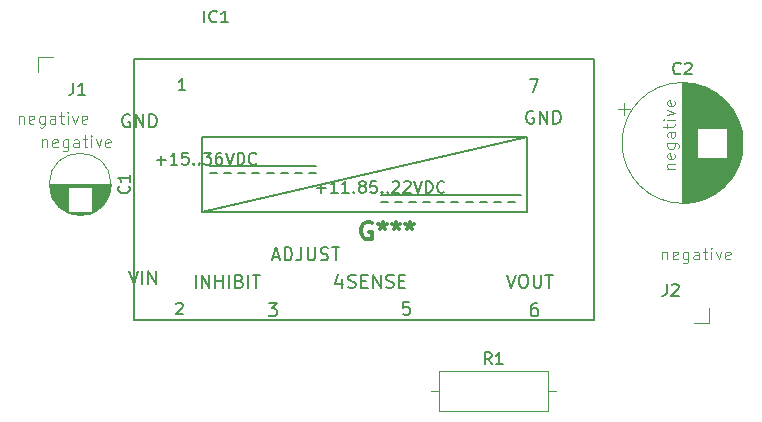
<source format=gbr>
%TF.GenerationSoftware,KiCad,Pcbnew,9.0.0*%
%TF.CreationDate,2025-03-18T18:28:53-04:00*%
%TF.ProjectId,motor power breakout,6d6f746f-7220-4706-9f77-657220627265,rev?*%
%TF.SameCoordinates,Original*%
%TF.FileFunction,Legend,Top*%
%TF.FilePolarity,Positive*%
%FSLAX46Y46*%
G04 Gerber Fmt 4.6, Leading zero omitted, Abs format (unit mm)*
G04 Created by KiCad (PCBNEW 9.0.0) date 2025-03-18 18:28:53*
%MOMM*%
%LPD*%
G01*
G04 APERTURE LIST*
%ADD10C,0.100000*%
%ADD11C,0.300000*%
%ADD12C,0.150000*%
%ADD13C,0.120000*%
%ADD14C,0.127000*%
G04 APERTURE END LIST*
D10*
X169803884Y-109205752D02*
X169803884Y-109872419D01*
X169803884Y-109300990D02*
X169851503Y-109253371D01*
X169851503Y-109253371D02*
X169946741Y-109205752D01*
X169946741Y-109205752D02*
X170089598Y-109205752D01*
X170089598Y-109205752D02*
X170184836Y-109253371D01*
X170184836Y-109253371D02*
X170232455Y-109348609D01*
X170232455Y-109348609D02*
X170232455Y-109872419D01*
X171089598Y-109824800D02*
X170994360Y-109872419D01*
X170994360Y-109872419D02*
X170803884Y-109872419D01*
X170803884Y-109872419D02*
X170708646Y-109824800D01*
X170708646Y-109824800D02*
X170661027Y-109729561D01*
X170661027Y-109729561D02*
X170661027Y-109348609D01*
X170661027Y-109348609D02*
X170708646Y-109253371D01*
X170708646Y-109253371D02*
X170803884Y-109205752D01*
X170803884Y-109205752D02*
X170994360Y-109205752D01*
X170994360Y-109205752D02*
X171089598Y-109253371D01*
X171089598Y-109253371D02*
X171137217Y-109348609D01*
X171137217Y-109348609D02*
X171137217Y-109443847D01*
X171137217Y-109443847D02*
X170661027Y-109539085D01*
X171994360Y-109205752D02*
X171994360Y-110015276D01*
X171994360Y-110015276D02*
X171946741Y-110110514D01*
X171946741Y-110110514D02*
X171899122Y-110158133D01*
X171899122Y-110158133D02*
X171803884Y-110205752D01*
X171803884Y-110205752D02*
X171661027Y-110205752D01*
X171661027Y-110205752D02*
X171565789Y-110158133D01*
X171994360Y-109824800D02*
X171899122Y-109872419D01*
X171899122Y-109872419D02*
X171708646Y-109872419D01*
X171708646Y-109872419D02*
X171613408Y-109824800D01*
X171613408Y-109824800D02*
X171565789Y-109777180D01*
X171565789Y-109777180D02*
X171518170Y-109681942D01*
X171518170Y-109681942D02*
X171518170Y-109396228D01*
X171518170Y-109396228D02*
X171565789Y-109300990D01*
X171565789Y-109300990D02*
X171613408Y-109253371D01*
X171613408Y-109253371D02*
X171708646Y-109205752D01*
X171708646Y-109205752D02*
X171899122Y-109205752D01*
X171899122Y-109205752D02*
X171994360Y-109253371D01*
X172899122Y-109872419D02*
X172899122Y-109348609D01*
X172899122Y-109348609D02*
X172851503Y-109253371D01*
X172851503Y-109253371D02*
X172756265Y-109205752D01*
X172756265Y-109205752D02*
X172565789Y-109205752D01*
X172565789Y-109205752D02*
X172470551Y-109253371D01*
X172899122Y-109824800D02*
X172803884Y-109872419D01*
X172803884Y-109872419D02*
X172565789Y-109872419D01*
X172565789Y-109872419D02*
X172470551Y-109824800D01*
X172470551Y-109824800D02*
X172422932Y-109729561D01*
X172422932Y-109729561D02*
X172422932Y-109634323D01*
X172422932Y-109634323D02*
X172470551Y-109539085D01*
X172470551Y-109539085D02*
X172565789Y-109491466D01*
X172565789Y-109491466D02*
X172803884Y-109491466D01*
X172803884Y-109491466D02*
X172899122Y-109443847D01*
X173232456Y-109205752D02*
X173613408Y-109205752D01*
X173375313Y-108872419D02*
X173375313Y-109729561D01*
X173375313Y-109729561D02*
X173422932Y-109824800D01*
X173422932Y-109824800D02*
X173518170Y-109872419D01*
X173518170Y-109872419D02*
X173613408Y-109872419D01*
X173946742Y-109872419D02*
X173946742Y-109205752D01*
X173946742Y-108872419D02*
X173899123Y-108920038D01*
X173899123Y-108920038D02*
X173946742Y-108967657D01*
X173946742Y-108967657D02*
X173994361Y-108920038D01*
X173994361Y-108920038D02*
X173946742Y-108872419D01*
X173946742Y-108872419D02*
X173946742Y-108967657D01*
X174327694Y-109205752D02*
X174565789Y-109872419D01*
X174565789Y-109872419D02*
X174803884Y-109205752D01*
X175565789Y-109824800D02*
X175470551Y-109872419D01*
X175470551Y-109872419D02*
X175280075Y-109872419D01*
X175280075Y-109872419D02*
X175184837Y-109824800D01*
X175184837Y-109824800D02*
X175137218Y-109729561D01*
X175137218Y-109729561D02*
X175137218Y-109348609D01*
X175137218Y-109348609D02*
X175184837Y-109253371D01*
X175184837Y-109253371D02*
X175280075Y-109205752D01*
X175280075Y-109205752D02*
X175470551Y-109205752D01*
X175470551Y-109205752D02*
X175565789Y-109253371D01*
X175565789Y-109253371D02*
X175613408Y-109348609D01*
X175613408Y-109348609D02*
X175613408Y-109443847D01*
X175613408Y-109443847D02*
X175137218Y-109539085D01*
X115303884Y-97705752D02*
X115303884Y-98372419D01*
X115303884Y-97800990D02*
X115351503Y-97753371D01*
X115351503Y-97753371D02*
X115446741Y-97705752D01*
X115446741Y-97705752D02*
X115589598Y-97705752D01*
X115589598Y-97705752D02*
X115684836Y-97753371D01*
X115684836Y-97753371D02*
X115732455Y-97848609D01*
X115732455Y-97848609D02*
X115732455Y-98372419D01*
X116589598Y-98324800D02*
X116494360Y-98372419D01*
X116494360Y-98372419D02*
X116303884Y-98372419D01*
X116303884Y-98372419D02*
X116208646Y-98324800D01*
X116208646Y-98324800D02*
X116161027Y-98229561D01*
X116161027Y-98229561D02*
X116161027Y-97848609D01*
X116161027Y-97848609D02*
X116208646Y-97753371D01*
X116208646Y-97753371D02*
X116303884Y-97705752D01*
X116303884Y-97705752D02*
X116494360Y-97705752D01*
X116494360Y-97705752D02*
X116589598Y-97753371D01*
X116589598Y-97753371D02*
X116637217Y-97848609D01*
X116637217Y-97848609D02*
X116637217Y-97943847D01*
X116637217Y-97943847D02*
X116161027Y-98039085D01*
X117494360Y-97705752D02*
X117494360Y-98515276D01*
X117494360Y-98515276D02*
X117446741Y-98610514D01*
X117446741Y-98610514D02*
X117399122Y-98658133D01*
X117399122Y-98658133D02*
X117303884Y-98705752D01*
X117303884Y-98705752D02*
X117161027Y-98705752D01*
X117161027Y-98705752D02*
X117065789Y-98658133D01*
X117494360Y-98324800D02*
X117399122Y-98372419D01*
X117399122Y-98372419D02*
X117208646Y-98372419D01*
X117208646Y-98372419D02*
X117113408Y-98324800D01*
X117113408Y-98324800D02*
X117065789Y-98277180D01*
X117065789Y-98277180D02*
X117018170Y-98181942D01*
X117018170Y-98181942D02*
X117018170Y-97896228D01*
X117018170Y-97896228D02*
X117065789Y-97800990D01*
X117065789Y-97800990D02*
X117113408Y-97753371D01*
X117113408Y-97753371D02*
X117208646Y-97705752D01*
X117208646Y-97705752D02*
X117399122Y-97705752D01*
X117399122Y-97705752D02*
X117494360Y-97753371D01*
X118399122Y-98372419D02*
X118399122Y-97848609D01*
X118399122Y-97848609D02*
X118351503Y-97753371D01*
X118351503Y-97753371D02*
X118256265Y-97705752D01*
X118256265Y-97705752D02*
X118065789Y-97705752D01*
X118065789Y-97705752D02*
X117970551Y-97753371D01*
X118399122Y-98324800D02*
X118303884Y-98372419D01*
X118303884Y-98372419D02*
X118065789Y-98372419D01*
X118065789Y-98372419D02*
X117970551Y-98324800D01*
X117970551Y-98324800D02*
X117922932Y-98229561D01*
X117922932Y-98229561D02*
X117922932Y-98134323D01*
X117922932Y-98134323D02*
X117970551Y-98039085D01*
X117970551Y-98039085D02*
X118065789Y-97991466D01*
X118065789Y-97991466D02*
X118303884Y-97991466D01*
X118303884Y-97991466D02*
X118399122Y-97943847D01*
X118732456Y-97705752D02*
X119113408Y-97705752D01*
X118875313Y-97372419D02*
X118875313Y-98229561D01*
X118875313Y-98229561D02*
X118922932Y-98324800D01*
X118922932Y-98324800D02*
X119018170Y-98372419D01*
X119018170Y-98372419D02*
X119113408Y-98372419D01*
X119446742Y-98372419D02*
X119446742Y-97705752D01*
X119446742Y-97372419D02*
X119399123Y-97420038D01*
X119399123Y-97420038D02*
X119446742Y-97467657D01*
X119446742Y-97467657D02*
X119494361Y-97420038D01*
X119494361Y-97420038D02*
X119446742Y-97372419D01*
X119446742Y-97372419D02*
X119446742Y-97467657D01*
X119827694Y-97705752D02*
X120065789Y-98372419D01*
X120065789Y-98372419D02*
X120303884Y-97705752D01*
X121065789Y-98324800D02*
X120970551Y-98372419D01*
X120970551Y-98372419D02*
X120780075Y-98372419D01*
X120780075Y-98372419D02*
X120684837Y-98324800D01*
X120684837Y-98324800D02*
X120637218Y-98229561D01*
X120637218Y-98229561D02*
X120637218Y-97848609D01*
X120637218Y-97848609D02*
X120684837Y-97753371D01*
X120684837Y-97753371D02*
X120780075Y-97705752D01*
X120780075Y-97705752D02*
X120970551Y-97705752D01*
X120970551Y-97705752D02*
X121065789Y-97753371D01*
X121065789Y-97753371D02*
X121113408Y-97848609D01*
X121113408Y-97848609D02*
X121113408Y-97943847D01*
X121113408Y-97943847D02*
X120637218Y-98039085D01*
X117303884Y-99705752D02*
X117303884Y-100372419D01*
X117303884Y-99800990D02*
X117351503Y-99753371D01*
X117351503Y-99753371D02*
X117446741Y-99705752D01*
X117446741Y-99705752D02*
X117589598Y-99705752D01*
X117589598Y-99705752D02*
X117684836Y-99753371D01*
X117684836Y-99753371D02*
X117732455Y-99848609D01*
X117732455Y-99848609D02*
X117732455Y-100372419D01*
X118589598Y-100324800D02*
X118494360Y-100372419D01*
X118494360Y-100372419D02*
X118303884Y-100372419D01*
X118303884Y-100372419D02*
X118208646Y-100324800D01*
X118208646Y-100324800D02*
X118161027Y-100229561D01*
X118161027Y-100229561D02*
X118161027Y-99848609D01*
X118161027Y-99848609D02*
X118208646Y-99753371D01*
X118208646Y-99753371D02*
X118303884Y-99705752D01*
X118303884Y-99705752D02*
X118494360Y-99705752D01*
X118494360Y-99705752D02*
X118589598Y-99753371D01*
X118589598Y-99753371D02*
X118637217Y-99848609D01*
X118637217Y-99848609D02*
X118637217Y-99943847D01*
X118637217Y-99943847D02*
X118161027Y-100039085D01*
X119494360Y-99705752D02*
X119494360Y-100515276D01*
X119494360Y-100515276D02*
X119446741Y-100610514D01*
X119446741Y-100610514D02*
X119399122Y-100658133D01*
X119399122Y-100658133D02*
X119303884Y-100705752D01*
X119303884Y-100705752D02*
X119161027Y-100705752D01*
X119161027Y-100705752D02*
X119065789Y-100658133D01*
X119494360Y-100324800D02*
X119399122Y-100372419D01*
X119399122Y-100372419D02*
X119208646Y-100372419D01*
X119208646Y-100372419D02*
X119113408Y-100324800D01*
X119113408Y-100324800D02*
X119065789Y-100277180D01*
X119065789Y-100277180D02*
X119018170Y-100181942D01*
X119018170Y-100181942D02*
X119018170Y-99896228D01*
X119018170Y-99896228D02*
X119065789Y-99800990D01*
X119065789Y-99800990D02*
X119113408Y-99753371D01*
X119113408Y-99753371D02*
X119208646Y-99705752D01*
X119208646Y-99705752D02*
X119399122Y-99705752D01*
X119399122Y-99705752D02*
X119494360Y-99753371D01*
X120399122Y-100372419D02*
X120399122Y-99848609D01*
X120399122Y-99848609D02*
X120351503Y-99753371D01*
X120351503Y-99753371D02*
X120256265Y-99705752D01*
X120256265Y-99705752D02*
X120065789Y-99705752D01*
X120065789Y-99705752D02*
X119970551Y-99753371D01*
X120399122Y-100324800D02*
X120303884Y-100372419D01*
X120303884Y-100372419D02*
X120065789Y-100372419D01*
X120065789Y-100372419D02*
X119970551Y-100324800D01*
X119970551Y-100324800D02*
X119922932Y-100229561D01*
X119922932Y-100229561D02*
X119922932Y-100134323D01*
X119922932Y-100134323D02*
X119970551Y-100039085D01*
X119970551Y-100039085D02*
X120065789Y-99991466D01*
X120065789Y-99991466D02*
X120303884Y-99991466D01*
X120303884Y-99991466D02*
X120399122Y-99943847D01*
X120732456Y-99705752D02*
X121113408Y-99705752D01*
X120875313Y-99372419D02*
X120875313Y-100229561D01*
X120875313Y-100229561D02*
X120922932Y-100324800D01*
X120922932Y-100324800D02*
X121018170Y-100372419D01*
X121018170Y-100372419D02*
X121113408Y-100372419D01*
X121446742Y-100372419D02*
X121446742Y-99705752D01*
X121446742Y-99372419D02*
X121399123Y-99420038D01*
X121399123Y-99420038D02*
X121446742Y-99467657D01*
X121446742Y-99467657D02*
X121494361Y-99420038D01*
X121494361Y-99420038D02*
X121446742Y-99372419D01*
X121446742Y-99372419D02*
X121446742Y-99467657D01*
X121827694Y-99705752D02*
X122065789Y-100372419D01*
X122065789Y-100372419D02*
X122303884Y-99705752D01*
X123065789Y-100324800D02*
X122970551Y-100372419D01*
X122970551Y-100372419D02*
X122780075Y-100372419D01*
X122780075Y-100372419D02*
X122684837Y-100324800D01*
X122684837Y-100324800D02*
X122637218Y-100229561D01*
X122637218Y-100229561D02*
X122637218Y-99848609D01*
X122637218Y-99848609D02*
X122684837Y-99753371D01*
X122684837Y-99753371D02*
X122780075Y-99705752D01*
X122780075Y-99705752D02*
X122970551Y-99705752D01*
X122970551Y-99705752D02*
X123065789Y-99753371D01*
X123065789Y-99753371D02*
X123113408Y-99848609D01*
X123113408Y-99848609D02*
X123113408Y-99943847D01*
X123113408Y-99943847D02*
X122637218Y-100039085D01*
X170205752Y-102196115D02*
X170872419Y-102196115D01*
X170300990Y-102196115D02*
X170253371Y-102148496D01*
X170253371Y-102148496D02*
X170205752Y-102053258D01*
X170205752Y-102053258D02*
X170205752Y-101910401D01*
X170205752Y-101910401D02*
X170253371Y-101815163D01*
X170253371Y-101815163D02*
X170348609Y-101767544D01*
X170348609Y-101767544D02*
X170872419Y-101767544D01*
X170824800Y-100910401D02*
X170872419Y-101005639D01*
X170872419Y-101005639D02*
X170872419Y-101196115D01*
X170872419Y-101196115D02*
X170824800Y-101291353D01*
X170824800Y-101291353D02*
X170729561Y-101338972D01*
X170729561Y-101338972D02*
X170348609Y-101338972D01*
X170348609Y-101338972D02*
X170253371Y-101291353D01*
X170253371Y-101291353D02*
X170205752Y-101196115D01*
X170205752Y-101196115D02*
X170205752Y-101005639D01*
X170205752Y-101005639D02*
X170253371Y-100910401D01*
X170253371Y-100910401D02*
X170348609Y-100862782D01*
X170348609Y-100862782D02*
X170443847Y-100862782D01*
X170443847Y-100862782D02*
X170539085Y-101338972D01*
X170205752Y-100005639D02*
X171015276Y-100005639D01*
X171015276Y-100005639D02*
X171110514Y-100053258D01*
X171110514Y-100053258D02*
X171158133Y-100100877D01*
X171158133Y-100100877D02*
X171205752Y-100196115D01*
X171205752Y-100196115D02*
X171205752Y-100338972D01*
X171205752Y-100338972D02*
X171158133Y-100434210D01*
X170824800Y-100005639D02*
X170872419Y-100100877D01*
X170872419Y-100100877D02*
X170872419Y-100291353D01*
X170872419Y-100291353D02*
X170824800Y-100386591D01*
X170824800Y-100386591D02*
X170777180Y-100434210D01*
X170777180Y-100434210D02*
X170681942Y-100481829D01*
X170681942Y-100481829D02*
X170396228Y-100481829D01*
X170396228Y-100481829D02*
X170300990Y-100434210D01*
X170300990Y-100434210D02*
X170253371Y-100386591D01*
X170253371Y-100386591D02*
X170205752Y-100291353D01*
X170205752Y-100291353D02*
X170205752Y-100100877D01*
X170205752Y-100100877D02*
X170253371Y-100005639D01*
X170872419Y-99100877D02*
X170348609Y-99100877D01*
X170348609Y-99100877D02*
X170253371Y-99148496D01*
X170253371Y-99148496D02*
X170205752Y-99243734D01*
X170205752Y-99243734D02*
X170205752Y-99434210D01*
X170205752Y-99434210D02*
X170253371Y-99529448D01*
X170824800Y-99100877D02*
X170872419Y-99196115D01*
X170872419Y-99196115D02*
X170872419Y-99434210D01*
X170872419Y-99434210D02*
X170824800Y-99529448D01*
X170824800Y-99529448D02*
X170729561Y-99577067D01*
X170729561Y-99577067D02*
X170634323Y-99577067D01*
X170634323Y-99577067D02*
X170539085Y-99529448D01*
X170539085Y-99529448D02*
X170491466Y-99434210D01*
X170491466Y-99434210D02*
X170491466Y-99196115D01*
X170491466Y-99196115D02*
X170443847Y-99100877D01*
X170205752Y-98767543D02*
X170205752Y-98386591D01*
X169872419Y-98624686D02*
X170729561Y-98624686D01*
X170729561Y-98624686D02*
X170824800Y-98577067D01*
X170824800Y-98577067D02*
X170872419Y-98481829D01*
X170872419Y-98481829D02*
X170872419Y-98386591D01*
X170872419Y-98053257D02*
X170205752Y-98053257D01*
X169872419Y-98053257D02*
X169920038Y-98100876D01*
X169920038Y-98100876D02*
X169967657Y-98053257D01*
X169967657Y-98053257D02*
X169920038Y-98005638D01*
X169920038Y-98005638D02*
X169872419Y-98053257D01*
X169872419Y-98053257D02*
X169967657Y-98053257D01*
X170205752Y-97672305D02*
X170872419Y-97434210D01*
X170872419Y-97434210D02*
X170205752Y-97196115D01*
X170824800Y-96434210D02*
X170872419Y-96529448D01*
X170872419Y-96529448D02*
X170872419Y-96719924D01*
X170872419Y-96719924D02*
X170824800Y-96815162D01*
X170824800Y-96815162D02*
X170729561Y-96862781D01*
X170729561Y-96862781D02*
X170348609Y-96862781D01*
X170348609Y-96862781D02*
X170253371Y-96815162D01*
X170253371Y-96815162D02*
X170205752Y-96719924D01*
X170205752Y-96719924D02*
X170205752Y-96529448D01*
X170205752Y-96529448D02*
X170253371Y-96434210D01*
X170253371Y-96434210D02*
X170348609Y-96386591D01*
X170348609Y-96386591D02*
X170443847Y-96386591D01*
X170443847Y-96386591D02*
X170539085Y-96862781D01*
D11*
X145178572Y-106749757D02*
X145035715Y-106678328D01*
X145035715Y-106678328D02*
X144821429Y-106678328D01*
X144821429Y-106678328D02*
X144607143Y-106749757D01*
X144607143Y-106749757D02*
X144464286Y-106892614D01*
X144464286Y-106892614D02*
X144392857Y-107035471D01*
X144392857Y-107035471D02*
X144321429Y-107321185D01*
X144321429Y-107321185D02*
X144321429Y-107535471D01*
X144321429Y-107535471D02*
X144392857Y-107821185D01*
X144392857Y-107821185D02*
X144464286Y-107964042D01*
X144464286Y-107964042D02*
X144607143Y-108106900D01*
X144607143Y-108106900D02*
X144821429Y-108178328D01*
X144821429Y-108178328D02*
X144964286Y-108178328D01*
X144964286Y-108178328D02*
X145178572Y-108106900D01*
X145178572Y-108106900D02*
X145250000Y-108035471D01*
X145250000Y-108035471D02*
X145250000Y-107535471D01*
X145250000Y-107535471D02*
X144964286Y-107535471D01*
X146107143Y-106678328D02*
X146107143Y-107035471D01*
X145750000Y-106892614D02*
X146107143Y-107035471D01*
X146107143Y-107035471D02*
X146464286Y-106892614D01*
X145892857Y-107321185D02*
X146107143Y-107035471D01*
X146107143Y-107035471D02*
X146321429Y-107321185D01*
X147250000Y-106678328D02*
X147250000Y-107035471D01*
X146892857Y-106892614D02*
X147250000Y-107035471D01*
X147250000Y-107035471D02*
X147607143Y-106892614D01*
X147035714Y-107321185D02*
X147250000Y-107035471D01*
X147250000Y-107035471D02*
X147464286Y-107321185D01*
X148392857Y-106678328D02*
X148392857Y-107035471D01*
X148035714Y-106892614D02*
X148392857Y-107035471D01*
X148392857Y-107035471D02*
X148750000Y-106892614D01*
X148178571Y-107321185D02*
X148392857Y-107035471D01*
X148392857Y-107035471D02*
X148607143Y-107321185D01*
D12*
X124609580Y-103666666D02*
X124657200Y-103714285D01*
X124657200Y-103714285D02*
X124704819Y-103857142D01*
X124704819Y-103857142D02*
X124704819Y-103952380D01*
X124704819Y-103952380D02*
X124657200Y-104095237D01*
X124657200Y-104095237D02*
X124561961Y-104190475D01*
X124561961Y-104190475D02*
X124466723Y-104238094D01*
X124466723Y-104238094D02*
X124276247Y-104285713D01*
X124276247Y-104285713D02*
X124133390Y-104285713D01*
X124133390Y-104285713D02*
X123942914Y-104238094D01*
X123942914Y-104238094D02*
X123847676Y-104190475D01*
X123847676Y-104190475D02*
X123752438Y-104095237D01*
X123752438Y-104095237D02*
X123704819Y-103952380D01*
X123704819Y-103952380D02*
X123704819Y-103857142D01*
X123704819Y-103857142D02*
X123752438Y-103714285D01*
X123752438Y-103714285D02*
X123800057Y-103666666D01*
X124704819Y-102714285D02*
X124704819Y-103285713D01*
X124704819Y-102999999D02*
X123704819Y-102999999D01*
X123704819Y-102999999D02*
X123847676Y-103095237D01*
X123847676Y-103095237D02*
X123942914Y-103190475D01*
X123942914Y-103190475D02*
X123990533Y-103285713D01*
X119906666Y-94924819D02*
X119906666Y-95639104D01*
X119906666Y-95639104D02*
X119859047Y-95781961D01*
X119859047Y-95781961D02*
X119763809Y-95877200D01*
X119763809Y-95877200D02*
X119620952Y-95924819D01*
X119620952Y-95924819D02*
X119525714Y-95924819D01*
X120906666Y-95924819D02*
X120335238Y-95924819D01*
X120620952Y-95924819D02*
X120620952Y-94924819D01*
X120620952Y-94924819D02*
X120525714Y-95067676D01*
X120525714Y-95067676D02*
X120430476Y-95162914D01*
X120430476Y-95162914D02*
X120335238Y-95210533D01*
X170166666Y-111954819D02*
X170166666Y-112669104D01*
X170166666Y-112669104D02*
X170119047Y-112811961D01*
X170119047Y-112811961D02*
X170023809Y-112907200D01*
X170023809Y-112907200D02*
X169880952Y-112954819D01*
X169880952Y-112954819D02*
X169785714Y-112954819D01*
X170595238Y-112050057D02*
X170642857Y-112002438D01*
X170642857Y-112002438D02*
X170738095Y-111954819D01*
X170738095Y-111954819D02*
X170976190Y-111954819D01*
X170976190Y-111954819D02*
X171071428Y-112002438D01*
X171071428Y-112002438D02*
X171119047Y-112050057D01*
X171119047Y-112050057D02*
X171166666Y-112145295D01*
X171166666Y-112145295D02*
X171166666Y-112240533D01*
X171166666Y-112240533D02*
X171119047Y-112383390D01*
X171119047Y-112383390D02*
X170547619Y-112954819D01*
X170547619Y-112954819D02*
X171166666Y-112954819D01*
X131023810Y-89794819D02*
X131023810Y-88794819D01*
X132071428Y-89699580D02*
X132023809Y-89747200D01*
X132023809Y-89747200D02*
X131880952Y-89794819D01*
X131880952Y-89794819D02*
X131785714Y-89794819D01*
X131785714Y-89794819D02*
X131642857Y-89747200D01*
X131642857Y-89747200D02*
X131547619Y-89651961D01*
X131547619Y-89651961D02*
X131500000Y-89556723D01*
X131500000Y-89556723D02*
X131452381Y-89366247D01*
X131452381Y-89366247D02*
X131452381Y-89223390D01*
X131452381Y-89223390D02*
X131500000Y-89032914D01*
X131500000Y-89032914D02*
X131547619Y-88937676D01*
X131547619Y-88937676D02*
X131642857Y-88842438D01*
X131642857Y-88842438D02*
X131785714Y-88794819D01*
X131785714Y-88794819D02*
X131880952Y-88794819D01*
X131880952Y-88794819D02*
X132023809Y-88842438D01*
X132023809Y-88842438D02*
X132071428Y-88890057D01*
X133023809Y-89794819D02*
X132452381Y-89794819D01*
X132738095Y-89794819D02*
X132738095Y-88794819D01*
X132738095Y-88794819D02*
X132642857Y-88937676D01*
X132642857Y-88937676D02*
X132547619Y-89032914D01*
X132547619Y-89032914D02*
X132452381Y-89080533D01*
X128643785Y-113632020D02*
X128690654Y-113585151D01*
X128690654Y-113585151D02*
X128784393Y-113538282D01*
X128784393Y-113538282D02*
X129018738Y-113538282D01*
X129018738Y-113538282D02*
X129112477Y-113585151D01*
X129112477Y-113585151D02*
X129159346Y-113632020D01*
X129159346Y-113632020D02*
X129206215Y-113725758D01*
X129206215Y-113725758D02*
X129206215Y-113819497D01*
X129206215Y-113819497D02*
X129159346Y-113960104D01*
X129159346Y-113960104D02*
X128596916Y-114522534D01*
X128596916Y-114522534D02*
X129206215Y-114522534D01*
X124685105Y-97627305D02*
X124580119Y-97574812D01*
X124580119Y-97574812D02*
X124422638Y-97574812D01*
X124422638Y-97574812D02*
X124265158Y-97627305D01*
X124265158Y-97627305D02*
X124160171Y-97732292D01*
X124160171Y-97732292D02*
X124107678Y-97837279D01*
X124107678Y-97837279D02*
X124055184Y-98047253D01*
X124055184Y-98047253D02*
X124055184Y-98204733D01*
X124055184Y-98204733D02*
X124107678Y-98414707D01*
X124107678Y-98414707D02*
X124160171Y-98519694D01*
X124160171Y-98519694D02*
X124265158Y-98624681D01*
X124265158Y-98624681D02*
X124422638Y-98677174D01*
X124422638Y-98677174D02*
X124527625Y-98677174D01*
X124527625Y-98677174D02*
X124685105Y-98624681D01*
X124685105Y-98624681D02*
X124737599Y-98572187D01*
X124737599Y-98572187D02*
X124737599Y-98204733D01*
X124737599Y-98204733D02*
X124527625Y-98204733D01*
X125210040Y-98677174D02*
X125210040Y-97574812D01*
X125210040Y-97574812D02*
X125839961Y-98677174D01*
X125839961Y-98677174D02*
X125839961Y-97574812D01*
X126364895Y-98677174D02*
X126364895Y-97574812D01*
X126364895Y-97574812D02*
X126627362Y-97574812D01*
X126627362Y-97574812D02*
X126784842Y-97627305D01*
X126784842Y-97627305D02*
X126889829Y-97732292D01*
X126889829Y-97732292D02*
X126942322Y-97837279D01*
X126942322Y-97837279D02*
X126994816Y-98047253D01*
X126994816Y-98047253D02*
X126994816Y-98204733D01*
X126994816Y-98204733D02*
X126942322Y-98414707D01*
X126942322Y-98414707D02*
X126889829Y-98519694D01*
X126889829Y-98519694D02*
X126784842Y-98624681D01*
X126784842Y-98624681D02*
X126627362Y-98677174D01*
X126627362Y-98677174D02*
X126364895Y-98677174D01*
X143210302Y-112224681D02*
X143367783Y-112277174D01*
X143367783Y-112277174D02*
X143630250Y-112277174D01*
X143630250Y-112277174D02*
X143735237Y-112224681D01*
X143735237Y-112224681D02*
X143787730Y-112172187D01*
X143787730Y-112172187D02*
X143840223Y-112067200D01*
X143840223Y-112067200D02*
X143840223Y-111962213D01*
X143840223Y-111962213D02*
X143787730Y-111857227D01*
X143787730Y-111857227D02*
X143735237Y-111804733D01*
X143735237Y-111804733D02*
X143630250Y-111752240D01*
X143630250Y-111752240D02*
X143420276Y-111699746D01*
X143420276Y-111699746D02*
X143315289Y-111647253D01*
X143315289Y-111647253D02*
X143262796Y-111594759D01*
X143262796Y-111594759D02*
X143210302Y-111489773D01*
X143210302Y-111489773D02*
X143210302Y-111384786D01*
X143210302Y-111384786D02*
X143262796Y-111279799D01*
X143262796Y-111279799D02*
X143315289Y-111227305D01*
X143315289Y-111227305D02*
X143420276Y-111174812D01*
X143420276Y-111174812D02*
X143682743Y-111174812D01*
X143682743Y-111174812D02*
X143840223Y-111227305D01*
X144312665Y-111699746D02*
X144680119Y-111699746D01*
X144837599Y-112277174D02*
X144312665Y-112277174D01*
X144312665Y-112277174D02*
X144312665Y-111174812D01*
X144312665Y-111174812D02*
X144837599Y-111174812D01*
X145310040Y-112277174D02*
X145310040Y-111174812D01*
X145310040Y-111174812D02*
X145939961Y-112277174D01*
X145939961Y-112277174D02*
X145939961Y-111174812D01*
X146412401Y-112224681D02*
X146569882Y-112277174D01*
X146569882Y-112277174D02*
X146832349Y-112277174D01*
X146832349Y-112277174D02*
X146937336Y-112224681D01*
X146937336Y-112224681D02*
X146989829Y-112172187D01*
X146989829Y-112172187D02*
X147042322Y-112067200D01*
X147042322Y-112067200D02*
X147042322Y-111962213D01*
X147042322Y-111962213D02*
X146989829Y-111857227D01*
X146989829Y-111857227D02*
X146937336Y-111804733D01*
X146937336Y-111804733D02*
X146832349Y-111752240D01*
X146832349Y-111752240D02*
X146622375Y-111699746D01*
X146622375Y-111699746D02*
X146517388Y-111647253D01*
X146517388Y-111647253D02*
X146464895Y-111594759D01*
X146464895Y-111594759D02*
X146412401Y-111489773D01*
X146412401Y-111489773D02*
X146412401Y-111384786D01*
X146412401Y-111384786D02*
X146464895Y-111279799D01*
X146464895Y-111279799D02*
X146517388Y-111227305D01*
X146517388Y-111227305D02*
X146622375Y-111174812D01*
X146622375Y-111174812D02*
X146884842Y-111174812D01*
X146884842Y-111174812D02*
X147042322Y-111227305D01*
X147514764Y-111699746D02*
X147882218Y-111699746D01*
X148039698Y-112277174D02*
X147514764Y-112277174D01*
X147514764Y-112277174D02*
X147514764Y-111174812D01*
X147514764Y-111174812D02*
X148039698Y-111174812D01*
X148387467Y-113474812D02*
X147862533Y-113474812D01*
X147862533Y-113474812D02*
X147810039Y-113999746D01*
X147810039Y-113999746D02*
X147862533Y-113947253D01*
X147862533Y-113947253D02*
X147967520Y-113894759D01*
X147967520Y-113894759D02*
X148229987Y-113894759D01*
X148229987Y-113894759D02*
X148334974Y-113947253D01*
X148334974Y-113947253D02*
X148387467Y-113999746D01*
X148387467Y-113999746D02*
X148439960Y-114104733D01*
X148439960Y-114104733D02*
X148439960Y-114367200D01*
X148439960Y-114367200D02*
X148387467Y-114472187D01*
X148387467Y-114472187D02*
X148334974Y-114524681D01*
X148334974Y-114524681D02*
X148229987Y-114577174D01*
X148229987Y-114577174D02*
X147967520Y-114577174D01*
X147967520Y-114577174D02*
X147862533Y-114524681D01*
X147862533Y-114524681D02*
X147810039Y-114472187D01*
X158885105Y-97327305D02*
X158780119Y-97274812D01*
X158780119Y-97274812D02*
X158622638Y-97274812D01*
X158622638Y-97274812D02*
X158465158Y-97327305D01*
X158465158Y-97327305D02*
X158360171Y-97432292D01*
X158360171Y-97432292D02*
X158307678Y-97537279D01*
X158307678Y-97537279D02*
X158255184Y-97747253D01*
X158255184Y-97747253D02*
X158255184Y-97904733D01*
X158255184Y-97904733D02*
X158307678Y-98114707D01*
X158307678Y-98114707D02*
X158360171Y-98219694D01*
X158360171Y-98219694D02*
X158465158Y-98324681D01*
X158465158Y-98324681D02*
X158622638Y-98377174D01*
X158622638Y-98377174D02*
X158727625Y-98377174D01*
X158727625Y-98377174D02*
X158885105Y-98324681D01*
X158885105Y-98324681D02*
X158937599Y-98272187D01*
X158937599Y-98272187D02*
X158937599Y-97904733D01*
X158937599Y-97904733D02*
X158727625Y-97904733D01*
X159410040Y-98377174D02*
X159410040Y-97274812D01*
X159410040Y-97274812D02*
X160039961Y-98377174D01*
X160039961Y-98377174D02*
X160039961Y-97274812D01*
X160564895Y-98377174D02*
X160564895Y-97274812D01*
X160564895Y-97274812D02*
X160827362Y-97274812D01*
X160827362Y-97274812D02*
X160984842Y-97327305D01*
X160984842Y-97327305D02*
X161089829Y-97432292D01*
X161089829Y-97432292D02*
X161142322Y-97537279D01*
X161142322Y-97537279D02*
X161194816Y-97747253D01*
X161194816Y-97747253D02*
X161194816Y-97904733D01*
X161194816Y-97904733D02*
X161142322Y-98114707D01*
X161142322Y-98114707D02*
X161089829Y-98219694D01*
X161089829Y-98219694D02*
X160984842Y-98324681D01*
X160984842Y-98324681D02*
X160827362Y-98377174D01*
X160827362Y-98377174D02*
X160564895Y-98377174D01*
X158557546Y-94574812D02*
X159292454Y-94574812D01*
X159292454Y-94574812D02*
X158820013Y-95677174D01*
X156635243Y-111154812D02*
X157002697Y-112257174D01*
X157002697Y-112257174D02*
X157370151Y-111154812D01*
X157947579Y-111154812D02*
X158157553Y-111154812D01*
X158157553Y-111154812D02*
X158262540Y-111207305D01*
X158262540Y-111207305D02*
X158367527Y-111312292D01*
X158367527Y-111312292D02*
X158420020Y-111522266D01*
X158420020Y-111522266D02*
X158420020Y-111889720D01*
X158420020Y-111889720D02*
X158367527Y-112099694D01*
X158367527Y-112099694D02*
X158262540Y-112204681D01*
X158262540Y-112204681D02*
X158157553Y-112257174D01*
X158157553Y-112257174D02*
X157947579Y-112257174D01*
X157947579Y-112257174D02*
X157842593Y-112204681D01*
X157842593Y-112204681D02*
X157737606Y-112099694D01*
X157737606Y-112099694D02*
X157685112Y-111889720D01*
X157685112Y-111889720D02*
X157685112Y-111522266D01*
X157685112Y-111522266D02*
X157737606Y-111312292D01*
X157737606Y-111312292D02*
X157842593Y-111207305D01*
X157842593Y-111207305D02*
X157947579Y-111154812D01*
X158892461Y-111154812D02*
X158892461Y-112047200D01*
X158892461Y-112047200D02*
X158944954Y-112152187D01*
X158944954Y-112152187D02*
X158997448Y-112204681D01*
X158997448Y-112204681D02*
X159102434Y-112257174D01*
X159102434Y-112257174D02*
X159312408Y-112257174D01*
X159312408Y-112257174D02*
X159417395Y-112204681D01*
X159417395Y-112204681D02*
X159469888Y-112152187D01*
X159469888Y-112152187D02*
X159522382Y-112047200D01*
X159522382Y-112047200D02*
X159522382Y-111154812D01*
X159889835Y-111154812D02*
X160519757Y-111154812D01*
X160204796Y-112257174D02*
X160204796Y-111154812D01*
X124660151Y-110859812D02*
X125027605Y-111962174D01*
X125027605Y-111962174D02*
X125395059Y-110859812D01*
X125762514Y-111962174D02*
X125762514Y-110859812D01*
X126287448Y-111962174D02*
X126287448Y-110859812D01*
X126287448Y-110859812D02*
X126917369Y-111962174D01*
X126917369Y-111962174D02*
X126917369Y-110859812D01*
X126977024Y-101453866D02*
X127738929Y-101453866D01*
X127357976Y-101834819D02*
X127357976Y-101072914D01*
X128738928Y-101834819D02*
X128167500Y-101834819D01*
X128453214Y-101834819D02*
X128453214Y-100834819D01*
X128453214Y-100834819D02*
X128357976Y-100977676D01*
X128357976Y-100977676D02*
X128262738Y-101072914D01*
X128262738Y-101072914D02*
X128167500Y-101120533D01*
X129643690Y-100834819D02*
X129167500Y-100834819D01*
X129167500Y-100834819D02*
X129119881Y-101311009D01*
X129119881Y-101311009D02*
X129167500Y-101263390D01*
X129167500Y-101263390D02*
X129262738Y-101215771D01*
X129262738Y-101215771D02*
X129500833Y-101215771D01*
X129500833Y-101215771D02*
X129596071Y-101263390D01*
X129596071Y-101263390D02*
X129643690Y-101311009D01*
X129643690Y-101311009D02*
X129691309Y-101406247D01*
X129691309Y-101406247D02*
X129691309Y-101644342D01*
X129691309Y-101644342D02*
X129643690Y-101739580D01*
X129643690Y-101739580D02*
X129596071Y-101787200D01*
X129596071Y-101787200D02*
X129500833Y-101834819D01*
X129500833Y-101834819D02*
X129262738Y-101834819D01*
X129262738Y-101834819D02*
X129167500Y-101787200D01*
X129167500Y-101787200D02*
X129119881Y-101739580D01*
X130119881Y-101739580D02*
X130167500Y-101787200D01*
X130167500Y-101787200D02*
X130119881Y-101834819D01*
X130119881Y-101834819D02*
X130072262Y-101787200D01*
X130072262Y-101787200D02*
X130119881Y-101739580D01*
X130119881Y-101739580D02*
X130119881Y-101834819D01*
X130596071Y-101739580D02*
X130643690Y-101787200D01*
X130643690Y-101787200D02*
X130596071Y-101834819D01*
X130596071Y-101834819D02*
X130548452Y-101787200D01*
X130548452Y-101787200D02*
X130596071Y-101739580D01*
X130596071Y-101739580D02*
X130596071Y-101834819D01*
X130977023Y-100834819D02*
X131596070Y-100834819D01*
X131596070Y-100834819D02*
X131262737Y-101215771D01*
X131262737Y-101215771D02*
X131405594Y-101215771D01*
X131405594Y-101215771D02*
X131500832Y-101263390D01*
X131500832Y-101263390D02*
X131548451Y-101311009D01*
X131548451Y-101311009D02*
X131596070Y-101406247D01*
X131596070Y-101406247D02*
X131596070Y-101644342D01*
X131596070Y-101644342D02*
X131548451Y-101739580D01*
X131548451Y-101739580D02*
X131500832Y-101787200D01*
X131500832Y-101787200D02*
X131405594Y-101834819D01*
X131405594Y-101834819D02*
X131119880Y-101834819D01*
X131119880Y-101834819D02*
X131024642Y-101787200D01*
X131024642Y-101787200D02*
X130977023Y-101739580D01*
X132453213Y-100834819D02*
X132262737Y-100834819D01*
X132262737Y-100834819D02*
X132167499Y-100882438D01*
X132167499Y-100882438D02*
X132119880Y-100930057D01*
X132119880Y-100930057D02*
X132024642Y-101072914D01*
X132024642Y-101072914D02*
X131977023Y-101263390D01*
X131977023Y-101263390D02*
X131977023Y-101644342D01*
X131977023Y-101644342D02*
X132024642Y-101739580D01*
X132024642Y-101739580D02*
X132072261Y-101787200D01*
X132072261Y-101787200D02*
X132167499Y-101834819D01*
X132167499Y-101834819D02*
X132357975Y-101834819D01*
X132357975Y-101834819D02*
X132453213Y-101787200D01*
X132453213Y-101787200D02*
X132500832Y-101739580D01*
X132500832Y-101739580D02*
X132548451Y-101644342D01*
X132548451Y-101644342D02*
X132548451Y-101406247D01*
X132548451Y-101406247D02*
X132500832Y-101311009D01*
X132500832Y-101311009D02*
X132453213Y-101263390D01*
X132453213Y-101263390D02*
X132357975Y-101215771D01*
X132357975Y-101215771D02*
X132167499Y-101215771D01*
X132167499Y-101215771D02*
X132072261Y-101263390D01*
X132072261Y-101263390D02*
X132024642Y-101311009D01*
X132024642Y-101311009D02*
X131977023Y-101406247D01*
X132834166Y-100834819D02*
X133167499Y-101834819D01*
X133167499Y-101834819D02*
X133500832Y-100834819D01*
X133834166Y-101834819D02*
X133834166Y-100834819D01*
X133834166Y-100834819D02*
X134072261Y-100834819D01*
X134072261Y-100834819D02*
X134215118Y-100882438D01*
X134215118Y-100882438D02*
X134310356Y-100977676D01*
X134310356Y-100977676D02*
X134357975Y-101072914D01*
X134357975Y-101072914D02*
X134405594Y-101263390D01*
X134405594Y-101263390D02*
X134405594Y-101406247D01*
X134405594Y-101406247D02*
X134357975Y-101596723D01*
X134357975Y-101596723D02*
X134310356Y-101691961D01*
X134310356Y-101691961D02*
X134215118Y-101787200D01*
X134215118Y-101787200D02*
X134072261Y-101834819D01*
X134072261Y-101834819D02*
X133834166Y-101834819D01*
X135405594Y-101739580D02*
X135357975Y-101787200D01*
X135357975Y-101787200D02*
X135215118Y-101834819D01*
X135215118Y-101834819D02*
X135119880Y-101834819D01*
X135119880Y-101834819D02*
X134977023Y-101787200D01*
X134977023Y-101787200D02*
X134881785Y-101691961D01*
X134881785Y-101691961D02*
X134834166Y-101596723D01*
X134834166Y-101596723D02*
X134786547Y-101406247D01*
X134786547Y-101406247D02*
X134786547Y-101263390D01*
X134786547Y-101263390D02*
X134834166Y-101072914D01*
X134834166Y-101072914D02*
X134881785Y-100977676D01*
X134881785Y-100977676D02*
X134977023Y-100882438D01*
X134977023Y-100882438D02*
X135119880Y-100834819D01*
X135119880Y-100834819D02*
X135215118Y-100834819D01*
X135215118Y-100834819D02*
X135357975Y-100882438D01*
X135357975Y-100882438D02*
X135405594Y-100930057D01*
X140536548Y-103853866D02*
X141298453Y-103853866D01*
X140917500Y-104234819D02*
X140917500Y-103472914D01*
X142298452Y-104234819D02*
X141727024Y-104234819D01*
X142012738Y-104234819D02*
X142012738Y-103234819D01*
X142012738Y-103234819D02*
X141917500Y-103377676D01*
X141917500Y-103377676D02*
X141822262Y-103472914D01*
X141822262Y-103472914D02*
X141727024Y-103520533D01*
X143250833Y-104234819D02*
X142679405Y-104234819D01*
X142965119Y-104234819D02*
X142965119Y-103234819D01*
X142965119Y-103234819D02*
X142869881Y-103377676D01*
X142869881Y-103377676D02*
X142774643Y-103472914D01*
X142774643Y-103472914D02*
X142679405Y-103520533D01*
X143679405Y-104139580D02*
X143727024Y-104187200D01*
X143727024Y-104187200D02*
X143679405Y-104234819D01*
X143679405Y-104234819D02*
X143631786Y-104187200D01*
X143631786Y-104187200D02*
X143679405Y-104139580D01*
X143679405Y-104139580D02*
X143679405Y-104234819D01*
X144298452Y-103663390D02*
X144203214Y-103615771D01*
X144203214Y-103615771D02*
X144155595Y-103568152D01*
X144155595Y-103568152D02*
X144107976Y-103472914D01*
X144107976Y-103472914D02*
X144107976Y-103425295D01*
X144107976Y-103425295D02*
X144155595Y-103330057D01*
X144155595Y-103330057D02*
X144203214Y-103282438D01*
X144203214Y-103282438D02*
X144298452Y-103234819D01*
X144298452Y-103234819D02*
X144488928Y-103234819D01*
X144488928Y-103234819D02*
X144584166Y-103282438D01*
X144584166Y-103282438D02*
X144631785Y-103330057D01*
X144631785Y-103330057D02*
X144679404Y-103425295D01*
X144679404Y-103425295D02*
X144679404Y-103472914D01*
X144679404Y-103472914D02*
X144631785Y-103568152D01*
X144631785Y-103568152D02*
X144584166Y-103615771D01*
X144584166Y-103615771D02*
X144488928Y-103663390D01*
X144488928Y-103663390D02*
X144298452Y-103663390D01*
X144298452Y-103663390D02*
X144203214Y-103711009D01*
X144203214Y-103711009D02*
X144155595Y-103758628D01*
X144155595Y-103758628D02*
X144107976Y-103853866D01*
X144107976Y-103853866D02*
X144107976Y-104044342D01*
X144107976Y-104044342D02*
X144155595Y-104139580D01*
X144155595Y-104139580D02*
X144203214Y-104187200D01*
X144203214Y-104187200D02*
X144298452Y-104234819D01*
X144298452Y-104234819D02*
X144488928Y-104234819D01*
X144488928Y-104234819D02*
X144584166Y-104187200D01*
X144584166Y-104187200D02*
X144631785Y-104139580D01*
X144631785Y-104139580D02*
X144679404Y-104044342D01*
X144679404Y-104044342D02*
X144679404Y-103853866D01*
X144679404Y-103853866D02*
X144631785Y-103758628D01*
X144631785Y-103758628D02*
X144584166Y-103711009D01*
X144584166Y-103711009D02*
X144488928Y-103663390D01*
X145584166Y-103234819D02*
X145107976Y-103234819D01*
X145107976Y-103234819D02*
X145060357Y-103711009D01*
X145060357Y-103711009D02*
X145107976Y-103663390D01*
X145107976Y-103663390D02*
X145203214Y-103615771D01*
X145203214Y-103615771D02*
X145441309Y-103615771D01*
X145441309Y-103615771D02*
X145536547Y-103663390D01*
X145536547Y-103663390D02*
X145584166Y-103711009D01*
X145584166Y-103711009D02*
X145631785Y-103806247D01*
X145631785Y-103806247D02*
X145631785Y-104044342D01*
X145631785Y-104044342D02*
X145584166Y-104139580D01*
X145584166Y-104139580D02*
X145536547Y-104187200D01*
X145536547Y-104187200D02*
X145441309Y-104234819D01*
X145441309Y-104234819D02*
X145203214Y-104234819D01*
X145203214Y-104234819D02*
X145107976Y-104187200D01*
X145107976Y-104187200D02*
X145060357Y-104139580D01*
X146060357Y-104139580D02*
X146107976Y-104187200D01*
X146107976Y-104187200D02*
X146060357Y-104234819D01*
X146060357Y-104234819D02*
X146012738Y-104187200D01*
X146012738Y-104187200D02*
X146060357Y-104139580D01*
X146060357Y-104139580D02*
X146060357Y-104234819D01*
X146536547Y-104139580D02*
X146584166Y-104187200D01*
X146584166Y-104187200D02*
X146536547Y-104234819D01*
X146536547Y-104234819D02*
X146488928Y-104187200D01*
X146488928Y-104187200D02*
X146536547Y-104139580D01*
X146536547Y-104139580D02*
X146536547Y-104234819D01*
X146965118Y-103330057D02*
X147012737Y-103282438D01*
X147012737Y-103282438D02*
X147107975Y-103234819D01*
X147107975Y-103234819D02*
X147346070Y-103234819D01*
X147346070Y-103234819D02*
X147441308Y-103282438D01*
X147441308Y-103282438D02*
X147488927Y-103330057D01*
X147488927Y-103330057D02*
X147536546Y-103425295D01*
X147536546Y-103425295D02*
X147536546Y-103520533D01*
X147536546Y-103520533D02*
X147488927Y-103663390D01*
X147488927Y-103663390D02*
X146917499Y-104234819D01*
X146917499Y-104234819D02*
X147536546Y-104234819D01*
X147917499Y-103330057D02*
X147965118Y-103282438D01*
X147965118Y-103282438D02*
X148060356Y-103234819D01*
X148060356Y-103234819D02*
X148298451Y-103234819D01*
X148298451Y-103234819D02*
X148393689Y-103282438D01*
X148393689Y-103282438D02*
X148441308Y-103330057D01*
X148441308Y-103330057D02*
X148488927Y-103425295D01*
X148488927Y-103425295D02*
X148488927Y-103520533D01*
X148488927Y-103520533D02*
X148441308Y-103663390D01*
X148441308Y-103663390D02*
X147869880Y-104234819D01*
X147869880Y-104234819D02*
X148488927Y-104234819D01*
X148774642Y-103234819D02*
X149107975Y-104234819D01*
X149107975Y-104234819D02*
X149441308Y-103234819D01*
X149774642Y-104234819D02*
X149774642Y-103234819D01*
X149774642Y-103234819D02*
X150012737Y-103234819D01*
X150012737Y-103234819D02*
X150155594Y-103282438D01*
X150155594Y-103282438D02*
X150250832Y-103377676D01*
X150250832Y-103377676D02*
X150298451Y-103472914D01*
X150298451Y-103472914D02*
X150346070Y-103663390D01*
X150346070Y-103663390D02*
X150346070Y-103806247D01*
X150346070Y-103806247D02*
X150298451Y-103996723D01*
X150298451Y-103996723D02*
X150250832Y-104091961D01*
X150250832Y-104091961D02*
X150155594Y-104187200D01*
X150155594Y-104187200D02*
X150012737Y-104234819D01*
X150012737Y-104234819D02*
X149774642Y-104234819D01*
X151346070Y-104139580D02*
X151298451Y-104187200D01*
X151298451Y-104187200D02*
X151155594Y-104234819D01*
X151155594Y-104234819D02*
X151060356Y-104234819D01*
X151060356Y-104234819D02*
X150917499Y-104187200D01*
X150917499Y-104187200D02*
X150822261Y-104091961D01*
X150822261Y-104091961D02*
X150774642Y-103996723D01*
X150774642Y-103996723D02*
X150727023Y-103806247D01*
X150727023Y-103806247D02*
X150727023Y-103663390D01*
X150727023Y-103663390D02*
X150774642Y-103472914D01*
X150774642Y-103472914D02*
X150822261Y-103377676D01*
X150822261Y-103377676D02*
X150917499Y-103282438D01*
X150917499Y-103282438D02*
X151060356Y-103234819D01*
X151060356Y-103234819D02*
X151155594Y-103234819D01*
X151155594Y-103234819D02*
X151298451Y-103282438D01*
X151298451Y-103282438D02*
X151346070Y-103330057D01*
X159174974Y-113574812D02*
X158965000Y-113574812D01*
X158965000Y-113574812D02*
X158860013Y-113627305D01*
X158860013Y-113627305D02*
X158807520Y-113679799D01*
X158807520Y-113679799D02*
X158702533Y-113837279D01*
X158702533Y-113837279D02*
X158650039Y-114047253D01*
X158650039Y-114047253D02*
X158650039Y-114467200D01*
X158650039Y-114467200D02*
X158702533Y-114572187D01*
X158702533Y-114572187D02*
X158755026Y-114624681D01*
X158755026Y-114624681D02*
X158860013Y-114677174D01*
X158860013Y-114677174D02*
X159069987Y-114677174D01*
X159069987Y-114677174D02*
X159174974Y-114624681D01*
X159174974Y-114624681D02*
X159227467Y-114572187D01*
X159227467Y-114572187D02*
X159279960Y-114467200D01*
X159279960Y-114467200D02*
X159279960Y-114204733D01*
X159279960Y-114204733D02*
X159227467Y-114099746D01*
X159227467Y-114099746D02*
X159174974Y-114047253D01*
X159174974Y-114047253D02*
X159069987Y-113994759D01*
X159069987Y-113994759D02*
X158860013Y-113994759D01*
X158860013Y-113994759D02*
X158755026Y-114047253D01*
X158755026Y-114047253D02*
X158702533Y-114099746D01*
X158702533Y-114099746D02*
X158650039Y-114204733D01*
X129406215Y-95522534D02*
X128843785Y-95522534D01*
X129125000Y-95522534D02*
X129125000Y-94538282D01*
X129125000Y-94538282D02*
X129031262Y-94678889D01*
X129031262Y-94678889D02*
X128937523Y-94772627D01*
X128937523Y-94772627D02*
X128843785Y-94819497D01*
X130274083Y-112277174D02*
X130274083Y-111174812D01*
X130799017Y-112277174D02*
X130799017Y-111174812D01*
X130799017Y-111174812D02*
X131428938Y-112277174D01*
X131428938Y-112277174D02*
X131428938Y-111174812D01*
X131953872Y-112277174D02*
X131953872Y-111174812D01*
X131953872Y-111699746D02*
X132583793Y-111699746D01*
X132583793Y-112277174D02*
X132583793Y-111174812D01*
X133108727Y-112277174D02*
X133108727Y-111174812D01*
X134001115Y-111699746D02*
X134158595Y-111752240D01*
X134158595Y-111752240D02*
X134211088Y-111804733D01*
X134211088Y-111804733D02*
X134263582Y-111909720D01*
X134263582Y-111909720D02*
X134263582Y-112067200D01*
X134263582Y-112067200D02*
X134211088Y-112172187D01*
X134211088Y-112172187D02*
X134158595Y-112224681D01*
X134158595Y-112224681D02*
X134053608Y-112277174D01*
X134053608Y-112277174D02*
X133633661Y-112277174D01*
X133633661Y-112277174D02*
X133633661Y-111174812D01*
X133633661Y-111174812D02*
X134001115Y-111174812D01*
X134001115Y-111174812D02*
X134106102Y-111227305D01*
X134106102Y-111227305D02*
X134158595Y-111279799D01*
X134158595Y-111279799D02*
X134211088Y-111384786D01*
X134211088Y-111384786D02*
X134211088Y-111489773D01*
X134211088Y-111489773D02*
X134158595Y-111594759D01*
X134158595Y-111594759D02*
X134106102Y-111647253D01*
X134106102Y-111647253D02*
X134001115Y-111699746D01*
X134001115Y-111699746D02*
X133633661Y-111699746D01*
X134736023Y-112277174D02*
X134736023Y-111174812D01*
X135103476Y-111174812D02*
X135733398Y-111174812D01*
X135418437Y-112277174D02*
X135418437Y-111174812D01*
X136457546Y-113574812D02*
X137139960Y-113574812D01*
X137139960Y-113574812D02*
X136772506Y-113994759D01*
X136772506Y-113994759D02*
X136929987Y-113994759D01*
X136929987Y-113994759D02*
X137034974Y-114047253D01*
X137034974Y-114047253D02*
X137087467Y-114099746D01*
X137087467Y-114099746D02*
X137139960Y-114204733D01*
X137139960Y-114204733D02*
X137139960Y-114467200D01*
X137139960Y-114467200D02*
X137087467Y-114572187D01*
X137087467Y-114572187D02*
X137034974Y-114624681D01*
X137034974Y-114624681D02*
X136929987Y-114677174D01*
X136929987Y-114677174D02*
X136615026Y-114677174D01*
X136615026Y-114677174D02*
X136510039Y-114624681D01*
X136510039Y-114624681D02*
X136457546Y-114572187D01*
X136821594Y-109642213D02*
X137346529Y-109642213D01*
X136716607Y-109957174D02*
X137084061Y-108854812D01*
X137084061Y-108854812D02*
X137451515Y-109957174D01*
X137818970Y-109957174D02*
X137818970Y-108854812D01*
X137818970Y-108854812D02*
X138081437Y-108854812D01*
X138081437Y-108854812D02*
X138238917Y-108907305D01*
X138238917Y-108907305D02*
X138343904Y-109012292D01*
X138343904Y-109012292D02*
X138396397Y-109117279D01*
X138396397Y-109117279D02*
X138448891Y-109327253D01*
X138448891Y-109327253D02*
X138448891Y-109484733D01*
X138448891Y-109484733D02*
X138396397Y-109694707D01*
X138396397Y-109694707D02*
X138343904Y-109799694D01*
X138343904Y-109799694D02*
X138238917Y-109904681D01*
X138238917Y-109904681D02*
X138081437Y-109957174D01*
X138081437Y-109957174D02*
X137818970Y-109957174D01*
X139236292Y-108854812D02*
X139236292Y-109642213D01*
X139236292Y-109642213D02*
X139183799Y-109799694D01*
X139183799Y-109799694D02*
X139078812Y-109904681D01*
X139078812Y-109904681D02*
X138921332Y-109957174D01*
X138921332Y-109957174D02*
X138816345Y-109957174D01*
X139761227Y-108854812D02*
X139761227Y-109747200D01*
X139761227Y-109747200D02*
X139813720Y-109852187D01*
X139813720Y-109852187D02*
X139866214Y-109904681D01*
X139866214Y-109904681D02*
X139971200Y-109957174D01*
X139971200Y-109957174D02*
X140181174Y-109957174D01*
X140181174Y-109957174D02*
X140286161Y-109904681D01*
X140286161Y-109904681D02*
X140338654Y-109852187D01*
X140338654Y-109852187D02*
X140391148Y-109747200D01*
X140391148Y-109747200D02*
X140391148Y-108854812D01*
X140863588Y-109904681D02*
X141021069Y-109957174D01*
X141021069Y-109957174D02*
X141283536Y-109957174D01*
X141283536Y-109957174D02*
X141388523Y-109904681D01*
X141388523Y-109904681D02*
X141441016Y-109852187D01*
X141441016Y-109852187D02*
X141493509Y-109747200D01*
X141493509Y-109747200D02*
X141493509Y-109642213D01*
X141493509Y-109642213D02*
X141441016Y-109537227D01*
X141441016Y-109537227D02*
X141388523Y-109484733D01*
X141388523Y-109484733D02*
X141283536Y-109432240D01*
X141283536Y-109432240D02*
X141073562Y-109379746D01*
X141073562Y-109379746D02*
X140968575Y-109327253D01*
X140968575Y-109327253D02*
X140916082Y-109274759D01*
X140916082Y-109274759D02*
X140863588Y-109169773D01*
X140863588Y-109169773D02*
X140863588Y-109064786D01*
X140863588Y-109064786D02*
X140916082Y-108959799D01*
X140916082Y-108959799D02*
X140968575Y-108907305D01*
X140968575Y-108907305D02*
X141073562Y-108854812D01*
X141073562Y-108854812D02*
X141336029Y-108854812D01*
X141336029Y-108854812D02*
X141493509Y-108907305D01*
X141808470Y-108854812D02*
X142438392Y-108854812D01*
X142123431Y-109957174D02*
X142123431Y-108854812D01*
X142634974Y-111542266D02*
X142634974Y-112277174D01*
X142372506Y-111122319D02*
X142110039Y-111909720D01*
X142110039Y-111909720D02*
X142792454Y-111909720D01*
X155333333Y-118734819D02*
X155000000Y-118258628D01*
X154761905Y-118734819D02*
X154761905Y-117734819D01*
X154761905Y-117734819D02*
X155142857Y-117734819D01*
X155142857Y-117734819D02*
X155238095Y-117782438D01*
X155238095Y-117782438D02*
X155285714Y-117830057D01*
X155285714Y-117830057D02*
X155333333Y-117925295D01*
X155333333Y-117925295D02*
X155333333Y-118068152D01*
X155333333Y-118068152D02*
X155285714Y-118163390D01*
X155285714Y-118163390D02*
X155238095Y-118211009D01*
X155238095Y-118211009D02*
X155142857Y-118258628D01*
X155142857Y-118258628D02*
X154761905Y-118258628D01*
X156285714Y-118734819D02*
X155714286Y-118734819D01*
X156000000Y-118734819D02*
X156000000Y-117734819D01*
X156000000Y-117734819D02*
X155904762Y-117877676D01*
X155904762Y-117877676D02*
X155809524Y-117972914D01*
X155809524Y-117972914D02*
X155714286Y-118020533D01*
X171333333Y-94109580D02*
X171285714Y-94157200D01*
X171285714Y-94157200D02*
X171142857Y-94204819D01*
X171142857Y-94204819D02*
X171047619Y-94204819D01*
X171047619Y-94204819D02*
X170904762Y-94157200D01*
X170904762Y-94157200D02*
X170809524Y-94061961D01*
X170809524Y-94061961D02*
X170761905Y-93966723D01*
X170761905Y-93966723D02*
X170714286Y-93776247D01*
X170714286Y-93776247D02*
X170714286Y-93633390D01*
X170714286Y-93633390D02*
X170761905Y-93442914D01*
X170761905Y-93442914D02*
X170809524Y-93347676D01*
X170809524Y-93347676D02*
X170904762Y-93252438D01*
X170904762Y-93252438D02*
X171047619Y-93204819D01*
X171047619Y-93204819D02*
X171142857Y-93204819D01*
X171142857Y-93204819D02*
X171285714Y-93252438D01*
X171285714Y-93252438D02*
X171333333Y-93300057D01*
X171714286Y-93300057D02*
X171761905Y-93252438D01*
X171761905Y-93252438D02*
X171857143Y-93204819D01*
X171857143Y-93204819D02*
X172095238Y-93204819D01*
X172095238Y-93204819D02*
X172190476Y-93252438D01*
X172190476Y-93252438D02*
X172238095Y-93300057D01*
X172238095Y-93300057D02*
X172285714Y-93395295D01*
X172285714Y-93395295D02*
X172285714Y-93490533D01*
X172285714Y-93490533D02*
X172238095Y-93633390D01*
X172238095Y-93633390D02*
X171666667Y-94204819D01*
X171666667Y-94204819D02*
X172285714Y-94204819D01*
D13*
%TO.C,C1*%
X123080000Y-103500000D02*
X117920000Y-103500000D01*
X123080000Y-103540000D02*
X117920000Y-103540000D01*
X123079000Y-103580000D02*
X117921000Y-103580000D01*
X123078000Y-103620000D02*
X117922000Y-103620000D01*
X123076000Y-103660000D02*
X117924000Y-103660000D01*
X123073000Y-103700000D02*
X117927000Y-103700000D01*
X123069000Y-103740000D02*
X121540000Y-103740000D01*
X119460000Y-103740000D02*
X117931000Y-103740000D01*
X123065000Y-103780000D02*
X121540000Y-103780000D01*
X119460000Y-103780000D02*
X117935000Y-103780000D01*
X123061000Y-103820000D02*
X121540000Y-103820000D01*
X119460000Y-103820000D02*
X117939000Y-103820000D01*
X123056000Y-103860000D02*
X121540000Y-103860000D01*
X119460000Y-103860000D02*
X117944000Y-103860000D01*
X123050000Y-103900000D02*
X121540000Y-103900000D01*
X119460000Y-103900000D02*
X117950000Y-103900000D01*
X123043000Y-103940000D02*
X121540000Y-103940000D01*
X119460000Y-103940000D02*
X117957000Y-103940000D01*
X123036000Y-103980000D02*
X121540000Y-103980000D01*
X119460000Y-103980000D02*
X117964000Y-103980000D01*
X123028000Y-104020000D02*
X121540000Y-104020000D01*
X119460000Y-104020000D02*
X117972000Y-104020000D01*
X123020000Y-104060000D02*
X121540000Y-104060000D01*
X119460000Y-104060000D02*
X117980000Y-104060000D01*
X123011000Y-104100000D02*
X121540000Y-104100000D01*
X119460000Y-104100000D02*
X117989000Y-104100000D01*
X123001000Y-104140000D02*
X121540000Y-104140000D01*
X119460000Y-104140000D02*
X117999000Y-104140000D01*
X122991000Y-104180000D02*
X121540000Y-104180000D01*
X119460000Y-104180000D02*
X118009000Y-104180000D01*
X122980000Y-104221000D02*
X121540000Y-104221000D01*
X119460000Y-104221000D02*
X118020000Y-104221000D01*
X122968000Y-104261000D02*
X121540000Y-104261000D01*
X119460000Y-104261000D02*
X118032000Y-104261000D01*
X122955000Y-104301000D02*
X121540000Y-104301000D01*
X119460000Y-104301000D02*
X118045000Y-104301000D01*
X122942000Y-104341000D02*
X121540000Y-104341000D01*
X119460000Y-104341000D02*
X118058000Y-104341000D01*
X122928000Y-104381000D02*
X121540000Y-104381000D01*
X119460000Y-104381000D02*
X118072000Y-104381000D01*
X122914000Y-104421000D02*
X121540000Y-104421000D01*
X119460000Y-104421000D02*
X118086000Y-104421000D01*
X122898000Y-104461000D02*
X121540000Y-104461000D01*
X119460000Y-104461000D02*
X118102000Y-104461000D01*
X122882000Y-104501000D02*
X121540000Y-104501000D01*
X119460000Y-104501000D02*
X118118000Y-104501000D01*
X122865000Y-104541000D02*
X121540000Y-104541000D01*
X119460000Y-104541000D02*
X118135000Y-104541000D01*
X122848000Y-104581000D02*
X121540000Y-104581000D01*
X119460000Y-104581000D02*
X118152000Y-104581000D01*
X122829000Y-104621000D02*
X121540000Y-104621000D01*
X119460000Y-104621000D02*
X118171000Y-104621000D01*
X122810000Y-104661000D02*
X121540000Y-104661000D01*
X119460000Y-104661000D02*
X118190000Y-104661000D01*
X122790000Y-104701000D02*
X121540000Y-104701000D01*
X119460000Y-104701000D02*
X118210000Y-104701000D01*
X122768000Y-104741000D02*
X121540000Y-104741000D01*
X119460000Y-104741000D02*
X118232000Y-104741000D01*
X122747000Y-104781000D02*
X121540000Y-104781000D01*
X119460000Y-104781000D02*
X118253000Y-104781000D01*
X122724000Y-104821000D02*
X121540000Y-104821000D01*
X119460000Y-104821000D02*
X118276000Y-104821000D01*
X122700000Y-104861000D02*
X121540000Y-104861000D01*
X119460000Y-104861000D02*
X118300000Y-104861000D01*
X122675000Y-104901000D02*
X121540000Y-104901000D01*
X119460000Y-104901000D02*
X118325000Y-104901000D01*
X122649000Y-104941000D02*
X121540000Y-104941000D01*
X119460000Y-104941000D02*
X118351000Y-104941000D01*
X122622000Y-104981000D02*
X121540000Y-104981000D01*
X119460000Y-104981000D02*
X118378000Y-104981000D01*
X122595000Y-105021000D02*
X121540000Y-105021000D01*
X119460000Y-105021000D02*
X118405000Y-105021000D01*
X122565000Y-105061000D02*
X121540000Y-105061000D01*
X119460000Y-105061000D02*
X118435000Y-105061000D01*
X122535000Y-105101000D02*
X121540000Y-105101000D01*
X119460000Y-105101000D02*
X118465000Y-105101000D01*
X122504000Y-105141000D02*
X121540000Y-105141000D01*
X119460000Y-105141000D02*
X118496000Y-105141000D01*
X122471000Y-105181000D02*
X121540000Y-105181000D01*
X119460000Y-105181000D02*
X118529000Y-105181000D01*
X122437000Y-105221000D02*
X121540000Y-105221000D01*
X119460000Y-105221000D02*
X118563000Y-105221000D01*
X122401000Y-105261000D02*
X121540000Y-105261000D01*
X119460000Y-105261000D02*
X118599000Y-105261000D01*
X122364000Y-105301000D02*
X121540000Y-105301000D01*
X119460000Y-105301000D02*
X118636000Y-105301000D01*
X122326000Y-105341000D02*
X121540000Y-105341000D01*
X119460000Y-105341000D02*
X118674000Y-105341000D01*
X122285000Y-105381000D02*
X121540000Y-105381000D01*
X119460000Y-105381000D02*
X118715000Y-105381000D01*
X122243000Y-105421000D02*
X121540000Y-105421000D01*
X119460000Y-105421000D02*
X118757000Y-105421000D01*
X122199000Y-105461000D02*
X121540000Y-105461000D01*
X119460000Y-105461000D02*
X118801000Y-105461000D01*
X122153000Y-105501000D02*
X121540000Y-105501000D01*
X119460000Y-105501000D02*
X118847000Y-105501000D01*
X122105000Y-105541000D02*
X121540000Y-105541000D01*
X119460000Y-105541000D02*
X118895000Y-105541000D01*
X122054000Y-105581000D02*
X121540000Y-105581000D01*
X119460000Y-105581000D02*
X118946000Y-105581000D01*
X122000000Y-105621000D02*
X121540000Y-105621000D01*
X119460000Y-105621000D02*
X119000000Y-105621000D01*
X121943000Y-105661000D02*
X121540000Y-105661000D01*
X119460000Y-105661000D02*
X119057000Y-105661000D01*
X121883000Y-105701000D02*
X121540000Y-105701000D01*
X119460000Y-105701000D02*
X119117000Y-105701000D01*
X121819000Y-105741000D02*
X121540000Y-105741000D01*
X119460000Y-105741000D02*
X119181000Y-105741000D01*
X121751000Y-105781000D02*
X121540000Y-105781000D01*
X119460000Y-105781000D02*
X119249000Y-105781000D01*
X121678000Y-105821000D02*
X119322000Y-105821000D01*
X121598000Y-105861000D02*
X119402000Y-105861000D01*
X121511000Y-105901000D02*
X119489000Y-105901000D01*
X121415000Y-105941000D02*
X119585000Y-105941000D01*
X121305000Y-105981000D02*
X119695000Y-105981000D01*
X121177000Y-106021000D02*
X119823000Y-106021000D01*
X121018000Y-106061000D02*
X119982000Y-106061000D01*
X120784000Y-106101000D02*
X120216000Y-106101000D01*
X123120000Y-103500000D02*
G75*
G02*
X117880000Y-103500000I-2620000J0D01*
G01*
X117880000Y-103500000D02*
G75*
G02*
X123120000Y-103500000I2620000J0D01*
G01*
%TO.C,J1*%
X116970000Y-93970000D02*
X116970000Y-92700000D01*
X116970000Y-92700000D02*
X118240000Y-92700000D01*
%TO.C,J2*%
X173770000Y-115270000D02*
X172500000Y-115270000D01*
X173770000Y-114000000D02*
X173770000Y-115270000D01*
D14*
%TO.C,IC1*%
X125030000Y-92925000D02*
X164020000Y-92925000D01*
X164020000Y-92925000D02*
X164020000Y-115025000D01*
X164020000Y-115025000D02*
X125030000Y-115025000D01*
X125030000Y-115025000D02*
X125030000Y-92925000D01*
X130785000Y-99475000D02*
X158315000Y-99475000D01*
X158315000Y-99475000D02*
X158315000Y-105875000D01*
X158315000Y-105875000D02*
X130785000Y-105875000D01*
X130785000Y-105875000D02*
X130785000Y-99475000D01*
X130785000Y-105875000D02*
X158315000Y-99475000D01*
X131485000Y-101975000D02*
X140485000Y-101975000D01*
X133885000Y-102575000D02*
X134485000Y-102575000D01*
X135085000Y-102575000D02*
X135685000Y-102575000D01*
X136285000Y-102575000D02*
X136885000Y-102575000D01*
X132685000Y-102575000D02*
X133285000Y-102575000D01*
X131485000Y-102575000D02*
X132085000Y-102575000D01*
X145935000Y-104375000D02*
X157835000Y-104375000D01*
X148335000Y-104975000D02*
X148935000Y-104975000D01*
X149535000Y-104975000D02*
X150135000Y-104975000D01*
X150735000Y-104975000D02*
X151335000Y-104975000D01*
X147135000Y-104975000D02*
X147735000Y-104975000D01*
X145935000Y-104975000D02*
X146535000Y-104975000D01*
X151935000Y-104975000D02*
X152535000Y-104975000D01*
X155535000Y-104975000D02*
X156135000Y-104975000D01*
X156735000Y-104975000D02*
X157335000Y-104975000D01*
X154335000Y-104975000D02*
X154935000Y-104975000D01*
X153135000Y-104975000D02*
X153735000Y-104975000D01*
X137485000Y-102575000D02*
X138085000Y-102575000D01*
X138685000Y-102575000D02*
X139285000Y-102575000D01*
X139885000Y-102575000D02*
X140485000Y-102575000D01*
D13*
%TO.C,R1*%
X150190000Y-121000000D02*
X150880000Y-121000000D01*
X150880000Y-119280000D02*
X150880000Y-122720000D01*
X150880000Y-122720000D02*
X160120000Y-122720000D01*
X160120000Y-119280000D02*
X150880000Y-119280000D01*
X160120000Y-122720000D02*
X160120000Y-119280000D01*
X160810000Y-121000000D02*
X160120000Y-121000000D01*
%TO.C,C2*%
X166020354Y-97125000D02*
X167020354Y-97125000D01*
X166520354Y-96625000D02*
X166520354Y-97625000D01*
X171500000Y-94920000D02*
X171500000Y-105080000D01*
X171540000Y-94920000D02*
X171540000Y-105080000D01*
X171580000Y-94920000D02*
X171580000Y-105080000D01*
X171620000Y-94921000D02*
X171620000Y-105079000D01*
X171660000Y-94922000D02*
X171660000Y-105078000D01*
X171700000Y-94923000D02*
X171700000Y-105077000D01*
X171740000Y-94925000D02*
X171740000Y-105075000D01*
X171780000Y-94927000D02*
X171780000Y-105073000D01*
X171820000Y-94930000D02*
X171820000Y-105070000D01*
X171860000Y-94932000D02*
X171860000Y-105068000D01*
X171900000Y-94935000D02*
X171900000Y-105065000D01*
X171940000Y-94938000D02*
X171940000Y-105062000D01*
X171980000Y-94942000D02*
X171980000Y-105058000D01*
X172020000Y-94946000D02*
X172020000Y-105054000D01*
X172060000Y-94950000D02*
X172060000Y-105050000D01*
X172100000Y-94955000D02*
X172100000Y-105045000D01*
X172140000Y-94960000D02*
X172140000Y-105040000D01*
X172180000Y-94965000D02*
X172180000Y-105035000D01*
X172221000Y-94970000D02*
X172221000Y-105030000D01*
X172261000Y-94976000D02*
X172261000Y-105024000D01*
X172301000Y-94982000D02*
X172301000Y-105018000D01*
X172341000Y-94989000D02*
X172341000Y-105011000D01*
X172381000Y-94996000D02*
X172381000Y-105004000D01*
X172421000Y-95003000D02*
X172421000Y-104997000D01*
X172461000Y-95010000D02*
X172461000Y-104990000D01*
X172501000Y-95018000D02*
X172501000Y-104982000D01*
X172541000Y-95026000D02*
X172541000Y-104974000D01*
X172581000Y-95035000D02*
X172581000Y-104965000D01*
X172621000Y-95044000D02*
X172621000Y-104956000D01*
X172661000Y-95053000D02*
X172661000Y-104947000D01*
X172701000Y-95062000D02*
X172701000Y-104938000D01*
X172741000Y-95072000D02*
X172741000Y-104928000D01*
X172781000Y-95082000D02*
X172781000Y-98759000D01*
X172781000Y-101241000D02*
X172781000Y-104918000D01*
X172821000Y-95093000D02*
X172821000Y-98759000D01*
X172821000Y-101241000D02*
X172821000Y-104907000D01*
X172861000Y-95103000D02*
X172861000Y-98759000D01*
X172861000Y-101241000D02*
X172861000Y-104897000D01*
X172901000Y-95115000D02*
X172901000Y-98759000D01*
X172901000Y-101241000D02*
X172901000Y-104885000D01*
X172941000Y-95126000D02*
X172941000Y-98759000D01*
X172941000Y-101241000D02*
X172941000Y-104874000D01*
X172981000Y-95138000D02*
X172981000Y-98759000D01*
X172981000Y-101241000D02*
X172981000Y-104862000D01*
X173021000Y-95150000D02*
X173021000Y-98759000D01*
X173021000Y-101241000D02*
X173021000Y-104850000D01*
X173061000Y-95163000D02*
X173061000Y-98759000D01*
X173061000Y-101241000D02*
X173061000Y-104837000D01*
X173101000Y-95176000D02*
X173101000Y-98759000D01*
X173101000Y-101241000D02*
X173101000Y-104824000D01*
X173141000Y-95189000D02*
X173141000Y-98759000D01*
X173141000Y-101241000D02*
X173141000Y-104811000D01*
X173181000Y-95203000D02*
X173181000Y-98759000D01*
X173181000Y-101241000D02*
X173181000Y-104797000D01*
X173221000Y-95217000D02*
X173221000Y-98759000D01*
X173221000Y-101241000D02*
X173221000Y-104783000D01*
X173261000Y-95232000D02*
X173261000Y-98759000D01*
X173261000Y-101241000D02*
X173261000Y-104768000D01*
X173301000Y-95246000D02*
X173301000Y-98759000D01*
X173301000Y-101241000D02*
X173301000Y-104754000D01*
X173341000Y-95262000D02*
X173341000Y-98759000D01*
X173341000Y-101241000D02*
X173341000Y-104738000D01*
X173381000Y-95277000D02*
X173381000Y-98759000D01*
X173381000Y-101241000D02*
X173381000Y-104723000D01*
X173421000Y-95293000D02*
X173421000Y-98759000D01*
X173421000Y-101241000D02*
X173421000Y-104707000D01*
X173461000Y-95310000D02*
X173461000Y-98759000D01*
X173461000Y-101241000D02*
X173461000Y-104690000D01*
X173501000Y-95326000D02*
X173501000Y-98759000D01*
X173501000Y-101241000D02*
X173501000Y-104674000D01*
X173541000Y-95343000D02*
X173541000Y-98759000D01*
X173541000Y-101241000D02*
X173541000Y-104657000D01*
X173581000Y-95361000D02*
X173581000Y-98759000D01*
X173581000Y-101241000D02*
X173581000Y-104639000D01*
X173621000Y-95379000D02*
X173621000Y-98759000D01*
X173621000Y-101241000D02*
X173621000Y-104621000D01*
X173661000Y-95397000D02*
X173661000Y-98759000D01*
X173661000Y-101241000D02*
X173661000Y-104603000D01*
X173701000Y-95416000D02*
X173701000Y-98759000D01*
X173701000Y-101241000D02*
X173701000Y-104584000D01*
X173741000Y-95436000D02*
X173741000Y-98759000D01*
X173741000Y-101241000D02*
X173741000Y-104564000D01*
X173781000Y-95455000D02*
X173781000Y-98759000D01*
X173781000Y-101241000D02*
X173781000Y-104545000D01*
X173821000Y-95475000D02*
X173821000Y-98759000D01*
X173821000Y-101241000D02*
X173821000Y-104525000D01*
X173861000Y-95496000D02*
X173861000Y-98759000D01*
X173861000Y-101241000D02*
X173861000Y-104504000D01*
X173901000Y-95517000D02*
X173901000Y-98759000D01*
X173901000Y-101241000D02*
X173901000Y-104483000D01*
X173941000Y-95538000D02*
X173941000Y-98759000D01*
X173941000Y-101241000D02*
X173941000Y-104462000D01*
X173981000Y-95560000D02*
X173981000Y-98759000D01*
X173981000Y-101241000D02*
X173981000Y-104440000D01*
X174021000Y-95583000D02*
X174021000Y-98759000D01*
X174021000Y-101241000D02*
X174021000Y-104417000D01*
X174061000Y-95605000D02*
X174061000Y-98759000D01*
X174061000Y-101241000D02*
X174061000Y-104395000D01*
X174101000Y-95629000D02*
X174101000Y-98759000D01*
X174101000Y-101241000D02*
X174101000Y-104371000D01*
X174141000Y-95653000D02*
X174141000Y-98759000D01*
X174141000Y-101241000D02*
X174141000Y-104347000D01*
X174181000Y-95677000D02*
X174181000Y-98759000D01*
X174181000Y-101241000D02*
X174181000Y-104323000D01*
X174221000Y-95702000D02*
X174221000Y-98759000D01*
X174221000Y-101241000D02*
X174221000Y-104298000D01*
X174261000Y-95727000D02*
X174261000Y-98759000D01*
X174261000Y-101241000D02*
X174261000Y-104273000D01*
X174301000Y-95753000D02*
X174301000Y-98759000D01*
X174301000Y-101241000D02*
X174301000Y-104247000D01*
X174341000Y-95779000D02*
X174341000Y-98759000D01*
X174341000Y-101241000D02*
X174341000Y-104221000D01*
X174381000Y-95806000D02*
X174381000Y-98759000D01*
X174381000Y-101241000D02*
X174381000Y-104194000D01*
X174421000Y-95834000D02*
X174421000Y-98759000D01*
X174421000Y-101241000D02*
X174421000Y-104166000D01*
X174461000Y-95862000D02*
X174461000Y-98759000D01*
X174461000Y-101241000D02*
X174461000Y-104138000D01*
X174501000Y-95890000D02*
X174501000Y-98759000D01*
X174501000Y-101241000D02*
X174501000Y-104110000D01*
X174541000Y-95920000D02*
X174541000Y-98759000D01*
X174541000Y-101241000D02*
X174541000Y-104080000D01*
X174581000Y-95950000D02*
X174581000Y-98759000D01*
X174581000Y-101241000D02*
X174581000Y-104050000D01*
X174621000Y-95980000D02*
X174621000Y-98759000D01*
X174621000Y-101241000D02*
X174621000Y-104020000D01*
X174661000Y-96011000D02*
X174661000Y-98759000D01*
X174661000Y-101241000D02*
X174661000Y-103989000D01*
X174701000Y-96043000D02*
X174701000Y-98759000D01*
X174701000Y-101241000D02*
X174701000Y-103957000D01*
X174741000Y-96075000D02*
X174741000Y-98759000D01*
X174741000Y-101241000D02*
X174741000Y-103925000D01*
X174781000Y-96108000D02*
X174781000Y-98759000D01*
X174781000Y-101241000D02*
X174781000Y-103892000D01*
X174821000Y-96142000D02*
X174821000Y-98759000D01*
X174821000Y-101241000D02*
X174821000Y-103858000D01*
X174861000Y-96176000D02*
X174861000Y-98759000D01*
X174861000Y-101241000D02*
X174861000Y-103824000D01*
X174901000Y-96211000D02*
X174901000Y-98759000D01*
X174901000Y-101241000D02*
X174901000Y-103789000D01*
X174941000Y-96247000D02*
X174941000Y-98759000D01*
X174941000Y-101241000D02*
X174941000Y-103753000D01*
X174981000Y-96284000D02*
X174981000Y-98759000D01*
X174981000Y-101241000D02*
X174981000Y-103716000D01*
X175021000Y-96321000D02*
X175021000Y-98759000D01*
X175021000Y-101241000D02*
X175021000Y-103679000D01*
X175061000Y-96360000D02*
X175061000Y-98759000D01*
X175061000Y-101241000D02*
X175061000Y-103640000D01*
X175101000Y-96399000D02*
X175101000Y-98759000D01*
X175101000Y-101241000D02*
X175101000Y-103601000D01*
X175141000Y-96439000D02*
X175141000Y-98759000D01*
X175141000Y-101241000D02*
X175141000Y-103561000D01*
X175181000Y-96480000D02*
X175181000Y-98759000D01*
X175181000Y-101241000D02*
X175181000Y-103520000D01*
X175221000Y-96522000D02*
X175221000Y-98759000D01*
X175221000Y-101241000D02*
X175221000Y-103478000D01*
X175261000Y-96564000D02*
X175261000Y-103436000D01*
X175301000Y-96608000D02*
X175301000Y-103392000D01*
X175341000Y-96653000D02*
X175341000Y-103347000D01*
X175381000Y-96699000D02*
X175381000Y-103301000D01*
X175421000Y-96746000D02*
X175421000Y-103254000D01*
X175461000Y-96794000D02*
X175461000Y-103206000D01*
X175501000Y-96844000D02*
X175501000Y-103156000D01*
X175541000Y-96894000D02*
X175541000Y-103106000D01*
X175581000Y-96946000D02*
X175581000Y-103054000D01*
X175621000Y-97000000D02*
X175621000Y-103000000D01*
X175661000Y-97055000D02*
X175661000Y-102945000D01*
X175701000Y-97111000D02*
X175701000Y-102889000D01*
X175741000Y-97170000D02*
X175741000Y-102830000D01*
X175781000Y-97230000D02*
X175781000Y-102770000D01*
X175821000Y-97291000D02*
X175821000Y-102709000D01*
X175861000Y-97355000D02*
X175861000Y-102645000D01*
X175901000Y-97421000D02*
X175901000Y-102579000D01*
X175941000Y-97490000D02*
X175941000Y-102510000D01*
X175981000Y-97561000D02*
X175981000Y-102439000D01*
X176021000Y-97635000D02*
X176021000Y-102365000D01*
X176061000Y-97711000D02*
X176061000Y-102289000D01*
X176101000Y-97791000D02*
X176101000Y-102209000D01*
X176141000Y-97875000D02*
X176141000Y-102125000D01*
X176181000Y-97963000D02*
X176181000Y-102037000D01*
X176221000Y-98056000D02*
X176221000Y-101944000D01*
X176261000Y-98154000D02*
X176261000Y-101846000D01*
X176301000Y-98258000D02*
X176301000Y-101742000D01*
X176341000Y-98370000D02*
X176341000Y-101630000D01*
X176381000Y-98490000D02*
X176381000Y-101510000D01*
X176421000Y-98622000D02*
X176421000Y-101378000D01*
X176461000Y-98770000D02*
X176461000Y-101230000D01*
X176501000Y-98938000D02*
X176501000Y-101062000D01*
X176541000Y-99138000D02*
X176541000Y-100862000D01*
X176581000Y-99401000D02*
X176581000Y-100599000D01*
X176620000Y-100000000D02*
G75*
G02*
X166380000Y-100000000I-5120000J0D01*
G01*
X166380000Y-100000000D02*
G75*
G02*
X176620000Y-100000000I5120000J0D01*
G01*
%TD*%
M02*

</source>
